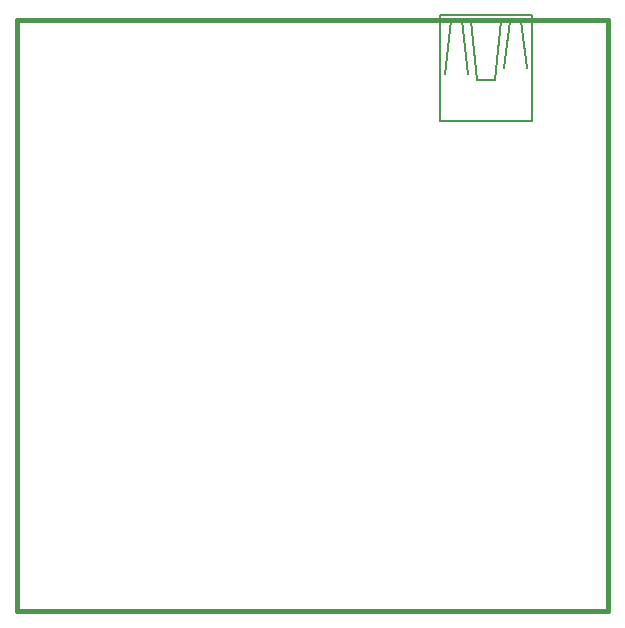
<source format=gbo>
G75*
%MOIN*%
%OFA0B0*%
%FSLAX25Y25*%
%IPPOS*%
%LPD*%
%AMOC8*
5,1,8,0,0,1.08239X$1,22.5*
%
%ADD10C,0.01600*%
%ADD11C,0.00500*%
D10*
X0021800Y0021800D02*
X0218650Y0021800D01*
X0218650Y0218650D01*
X0021800Y0218650D01*
X0021800Y0021800D01*
D11*
X0162696Y0184881D02*
X0162696Y0220314D01*
X0193404Y0220314D01*
X0193404Y0184881D01*
X0162696Y0184881D01*
X0175097Y0198660D02*
X0173129Y0218345D01*
X0170176Y0218345D02*
X0172144Y0200629D01*
X0175097Y0198660D02*
X0181003Y0198660D01*
X0182971Y0218345D01*
X0185924Y0218345D02*
X0183956Y0202597D01*
X0191830Y0202597D02*
X0189861Y0218345D01*
X0185924Y0218345D01*
X0170176Y0218345D02*
X0166239Y0218345D01*
X0164270Y0200629D01*
M02*

</source>
